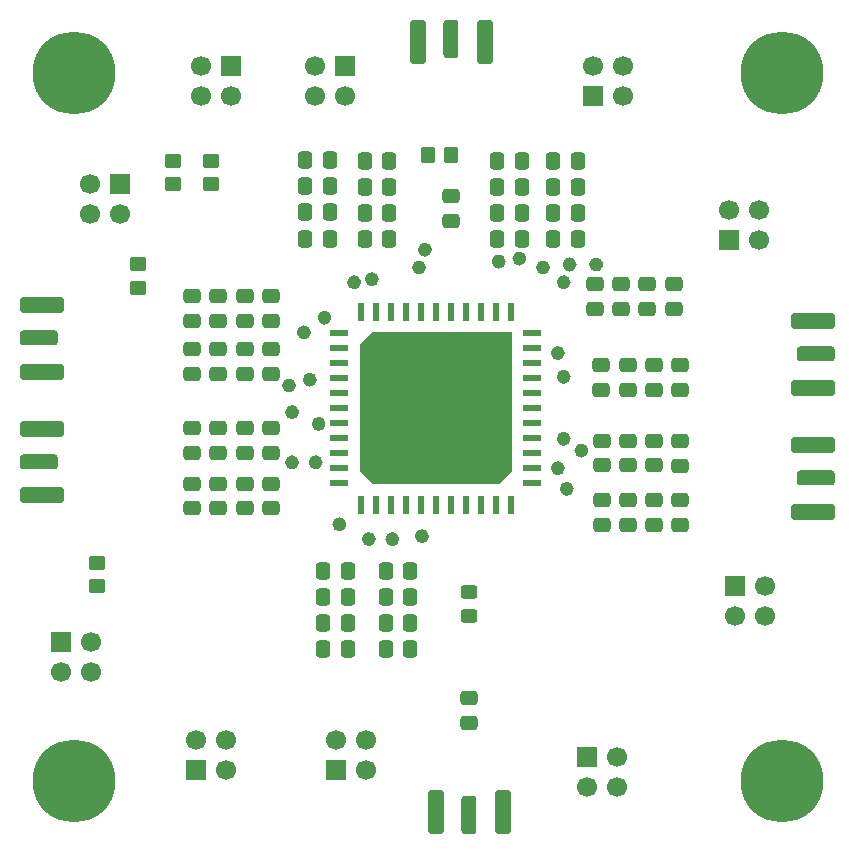
<source format=gbr>
%TF.GenerationSoftware,KiCad,Pcbnew,9.0.3*%
%TF.CreationDate,2025-09-10T16:07:27-04:00*%
%TF.ProjectId,Group4_PCB_AP,47726f75-7034-45f5-9043-425f41502e6b,rev?*%
%TF.SameCoordinates,Original*%
%TF.FileFunction,Soldermask,Top*%
%TF.FilePolarity,Negative*%
%FSLAX46Y46*%
G04 Gerber Fmt 4.6, Leading zero omitted, Abs format (unit mm)*
G04 Created by KiCad (PCBNEW 9.0.3) date 2025-09-10 16:07:27*
%MOMM*%
%LPD*%
G01*
G04 APERTURE LIST*
G04 Aperture macros list*
%AMRoundRect*
0 Rectangle with rounded corners*
0 $1 Rounding radius*
0 $2 $3 $4 $5 $6 $7 $8 $9 X,Y pos of 4 corners*
0 Add a 4 corners polygon primitive as box body*
4,1,4,$2,$3,$4,$5,$6,$7,$8,$9,$2,$3,0*
0 Add four circle primitives for the rounded corners*
1,1,$1+$1,$2,$3*
1,1,$1+$1,$4,$5*
1,1,$1+$1,$6,$7*
1,1,$1+$1,$8,$9*
0 Add four rect primitives between the rounded corners*
20,1,$1+$1,$2,$3,$4,$5,0*
20,1,$1+$1,$4,$5,$6,$7,0*
20,1,$1+$1,$6,$7,$8,$9,0*
20,1,$1+$1,$8,$9,$2,$3,0*%
%AMOutline5P*
0 Free polygon, 5 corners , with rotation*
0 The origin of the aperture is its center*
0 number of corners: always 5*
0 $1 to $10 corner X, Y*
0 $11 Rotation angle, in degrees counterclockwise*
0 create outline with 5 corners*
4,1,5,$1,$2,$3,$4,$5,$6,$7,$8,$9,$10,$1,$2,$11*%
%AMOutline6P*
0 Free polygon, 6 corners , with rotation*
0 The origin of the aperture is its center*
0 number of corners: always 6*
0 $1 to $12 corner X, Y*
0 $13 Rotation angle, in degrees counterclockwise*
0 create outline with 6 corners*
4,1,6,$1,$2,$3,$4,$5,$6,$7,$8,$9,$10,$11,$12,$1,$2,$13*%
%AMOutline7P*
0 Free polygon, 7 corners , with rotation*
0 The origin of the aperture is its center*
0 number of corners: always 7*
0 $1 to $14 corner X, Y*
0 $15 Rotation angle, in degrees counterclockwise*
0 create outline with 7 corners*
4,1,7,$1,$2,$3,$4,$5,$6,$7,$8,$9,$10,$11,$12,$13,$14,$1,$2,$15*%
%AMOutline8P*
0 Free polygon, 8 corners , with rotation*
0 The origin of the aperture is its center*
0 number of corners: always 8*
0 $1 to $16 corner X, Y*
0 $17 Rotation angle, in degrees counterclockwise*
0 create outline with 8 corners*
4,1,8,$1,$2,$3,$4,$5,$6,$7,$8,$9,$10,$11,$12,$13,$14,$15,$16,$1,$2,$17*%
G04 Aperture macros list end*
%ADD10C,0.600000*%
%ADD11R,1.700000X1.700000*%
%ADD12C,1.700000*%
%ADD13RoundRect,0.250000X-0.475000X0.337500X-0.475000X-0.337500X0.475000X-0.337500X0.475000X0.337500X0*%
%ADD14RoundRect,0.250000X0.475000X-0.337500X0.475000X0.337500X-0.475000X0.337500X-0.475000X-0.337500X0*%
%ADD15C,7.000000*%
%ADD16RoundRect,0.250000X-1.350000X0.385000X-1.350000X-0.385000X1.350000X-0.385000X1.350000X0.385000X0*%
%ADD17RoundRect,0.250000X-1.600000X0.425000X-1.600000X-0.425000X1.600000X-0.425000X1.600000X0.425000X0*%
%ADD18R,1.500000X0.508000*%
%ADD19R,0.508000X1.500000*%
%ADD20Outline7P,-6.415000X5.388600X-5.388600X6.415000X6.415000X6.415000X6.415000X-5.388600X5.388600X-6.415000X-5.388600X-6.415000X-6.415000X-5.388600X0.000000*%
%ADD21RoundRect,0.250000X-0.337500X-0.475000X0.337500X-0.475000X0.337500X0.475000X-0.337500X0.475000X0*%
%ADD22RoundRect,0.250000X0.337500X0.475000X-0.337500X0.475000X-0.337500X-0.475000X0.337500X-0.475000X0*%
%ADD23RoundRect,0.250000X0.350000X0.450000X-0.350000X0.450000X-0.350000X-0.450000X0.350000X-0.450000X0*%
%ADD24RoundRect,0.250000X-0.450000X0.350000X-0.450000X-0.350000X0.450000X-0.350000X0.450000X0.350000X0*%
%ADD25RoundRect,0.250000X1.350000X-0.385000X1.350000X0.385000X-1.350000X0.385000X-1.350000X-0.385000X0*%
%ADD26RoundRect,0.250000X1.600000X-0.425000X1.600000X0.425000X-1.600000X0.425000X-1.600000X-0.425000X0*%
%ADD27RoundRect,0.250000X0.450000X-0.350000X0.450000X0.350000X-0.450000X0.350000X-0.450000X-0.350000X0*%
%ADD28RoundRect,0.250000X-0.385000X-1.350000X0.385000X-1.350000X0.385000X1.350000X-0.385000X1.350000X0*%
%ADD29RoundRect,0.250000X-0.425000X-1.600000X0.425000X-1.600000X0.425000X1.600000X-0.425000X1.600000X0*%
%ADD30RoundRect,0.250000X0.450000X-0.325000X0.450000X0.325000X-0.450000X0.325000X-0.450000X-0.325000X0*%
%ADD31RoundRect,0.250000X0.385000X1.350000X-0.385000X1.350000X-0.385000X-1.350000X0.385000X-1.350000X0*%
%ADD32RoundRect,0.250000X0.425000X1.600000X-0.425000X1.600000X-0.425000X-1.600000X0.425000X-1.600000X0*%
G04 APERTURE END LIST*
D10*
X220050000Y-83750000D02*
G75*
G02*
X219450000Y-83750000I-300000J0D01*
G01*
X219450000Y-83750000D02*
G75*
G02*
X220050000Y-83750000I300000J0D01*
G01*
X194050000Y-94000000D02*
G75*
G02*
X193450000Y-94000000I-300000J0D01*
G01*
X193450000Y-94000000D02*
G75*
G02*
X194050000Y-94000000I300000J0D01*
G01*
X197050000Y-88250000D02*
G75*
G02*
X196450000Y-88250000I-300000J0D01*
G01*
X196450000Y-88250000D02*
G75*
G02*
X197050000Y-88250000I300000J0D01*
G01*
X205300000Y-106750000D02*
G75*
G02*
X204700000Y-106750000I-300000J0D01*
G01*
X204700000Y-106750000D02*
G75*
G02*
X205300000Y-106750000I300000J0D01*
G01*
X217300000Y-85250000D02*
G75*
G02*
X216700000Y-85250000I-300000J0D01*
G01*
X216700000Y-85250000D02*
G75*
G02*
X217300000Y-85250000I300000J0D01*
G01*
X217300000Y-93250000D02*
G75*
G02*
X216700000Y-93250000I-300000J0D01*
G01*
X216700000Y-93250000D02*
G75*
G02*
X217300000Y-93250000I300000J0D01*
G01*
X216800000Y-101000000D02*
G75*
G02*
X216200000Y-101000000I-300000J0D01*
G01*
X216200000Y-101000000D02*
G75*
G02*
X216800000Y-101000000I300000J0D01*
G01*
X195800000Y-93500000D02*
G75*
G02*
X195200000Y-93500000I-300000J0D01*
G01*
X195200000Y-93500000D02*
G75*
G02*
X195800000Y-93500000I300000J0D01*
G01*
X198300000Y-105750000D02*
G75*
G02*
X197700000Y-105750000I-300000J0D01*
G01*
X197700000Y-105750000D02*
G75*
G02*
X198300000Y-105750000I300000J0D01*
G01*
X200800000Y-107000000D02*
G75*
G02*
X200200000Y-107000000I-300000J0D01*
G01*
X200200000Y-107000000D02*
G75*
G02*
X200800000Y-107000000I300000J0D01*
G01*
X205550000Y-82500000D02*
G75*
G02*
X204950000Y-82500000I-300000J0D01*
G01*
X204950000Y-82500000D02*
G75*
G02*
X205550000Y-82500000I300000J0D01*
G01*
X215550000Y-84000000D02*
G75*
G02*
X214950000Y-84000000I-300000J0D01*
G01*
X214950000Y-84000000D02*
G75*
G02*
X215550000Y-84000000I300000J0D01*
G01*
X211800000Y-83500000D02*
G75*
G02*
X211200000Y-83500000I-300000J0D01*
G01*
X211200000Y-83500000D02*
G75*
G02*
X211800000Y-83500000I300000J0D01*
G01*
X194300000Y-96250000D02*
G75*
G02*
X193700000Y-96250000I-300000J0D01*
G01*
X193700000Y-96250000D02*
G75*
G02*
X194300000Y-96250000I300000J0D01*
G01*
X213550000Y-83250000D02*
G75*
G02*
X212950000Y-83250000I-300000J0D01*
G01*
X212950000Y-83250000D02*
G75*
G02*
X213550000Y-83250000I300000J0D01*
G01*
X196300000Y-100500000D02*
G75*
G02*
X195700000Y-100500000I-300000J0D01*
G01*
X195700000Y-100500000D02*
G75*
G02*
X196300000Y-100500000I300000J0D01*
G01*
X202800000Y-107000000D02*
G75*
G02*
X202200000Y-107000000I-300000J0D01*
G01*
X202200000Y-107000000D02*
G75*
G02*
X202800000Y-107000000I300000J0D01*
G01*
X194300000Y-100500000D02*
G75*
G02*
X193700000Y-100500000I-300000J0D01*
G01*
X193700000Y-100500000D02*
G75*
G02*
X194300000Y-100500000I300000J0D01*
G01*
X195300000Y-89500000D02*
G75*
G02*
X194700000Y-89500000I-300000J0D01*
G01*
X194700000Y-89500000D02*
G75*
G02*
X195300000Y-89500000I300000J0D01*
G01*
X217550000Y-102750000D02*
G75*
G02*
X216950000Y-102750000I-300000J0D01*
G01*
X216950000Y-102750000D02*
G75*
G02*
X217550000Y-102750000I300000J0D01*
G01*
X217300000Y-98500000D02*
G75*
G02*
X216700000Y-98500000I-300000J0D01*
G01*
X216700000Y-98500000D02*
G75*
G02*
X217300000Y-98500000I300000J0D01*
G01*
X199550000Y-85250000D02*
G75*
G02*
X198950000Y-85250000I-300000J0D01*
G01*
X198950000Y-85250000D02*
G75*
G02*
X199550000Y-85250000I300000J0D01*
G01*
X205050000Y-84000000D02*
G75*
G02*
X204450000Y-84000000I-300000J0D01*
G01*
X204450000Y-84000000D02*
G75*
G02*
X205050000Y-84000000I300000J0D01*
G01*
X218800000Y-99500000D02*
G75*
G02*
X218200000Y-99500000I-300000J0D01*
G01*
X218200000Y-99500000D02*
G75*
G02*
X218800000Y-99500000I300000J0D01*
G01*
X217800000Y-83750000D02*
G75*
G02*
X217200000Y-83750000I-300000J0D01*
G01*
X217200000Y-83750000D02*
G75*
G02*
X217800000Y-83750000I300000J0D01*
G01*
X201050000Y-85000000D02*
G75*
G02*
X200450000Y-85000000I-300000J0D01*
G01*
X200450000Y-85000000D02*
G75*
G02*
X201050000Y-85000000I300000J0D01*
G01*
X216800000Y-91250000D02*
G75*
G02*
X216200000Y-91250000I-300000J0D01*
G01*
X216200000Y-91250000D02*
G75*
G02*
X216800000Y-91250000I300000J0D01*
G01*
X196550000Y-97250000D02*
G75*
G02*
X195950000Y-97250000I-300000J0D01*
G01*
X195950000Y-97250000D02*
G75*
G02*
X196550000Y-97250000I300000J0D01*
G01*
D11*
%TO.C,J33*%
X179400000Y-76960000D03*
D12*
X179400000Y-79500000D03*
X176860000Y-76960000D03*
X176860000Y-79500000D03*
%TD*%
D13*
%TO.C,C19*%
X207500000Y-77962500D03*
X207500000Y-80037500D03*
%TD*%
%TO.C,C22*%
X224650000Y-98687500D03*
X224650000Y-100762500D03*
%TD*%
D14*
%TO.C,C49*%
X187772000Y-88500000D03*
X187772000Y-86425000D03*
%TD*%
D13*
%TO.C,C21*%
X222436000Y-98687500D03*
X222436000Y-100762500D03*
%TD*%
D14*
%TO.C,C69*%
X187772000Y-93000000D03*
X187772000Y-90925000D03*
%TD*%
D15*
%TO.C,*%
X175500000Y-67500000D03*
%TD*%
D16*
%TO.C,J30*%
X172600500Y-100475000D03*
D17*
X172850500Y-103300000D03*
X172850500Y-97650000D03*
%TD*%
D18*
%TO.C,U1*%
X198000000Y-89570000D03*
X198000000Y-101000000D03*
X198000000Y-102270000D03*
D19*
X199813500Y-87756500D03*
X199813500Y-104083500D03*
X201083500Y-87756500D03*
D20*
X206163500Y-95920000D03*
D19*
X211243500Y-104083500D03*
X212513500Y-87756500D03*
X212513500Y-104083500D03*
D18*
X214327000Y-89570000D03*
X214327000Y-90840000D03*
X214327000Y-102270000D03*
X214327000Y-92110000D03*
X214327000Y-93380000D03*
X214327000Y-94650000D03*
X214327000Y-95920000D03*
X214327000Y-97190000D03*
X214327000Y-98460000D03*
X214327000Y-99730000D03*
X214327000Y-101000000D03*
D19*
X209973500Y-104083500D03*
X208703500Y-104083500D03*
X207433500Y-104083500D03*
X206163500Y-104083500D03*
X204893500Y-104083500D03*
X203623500Y-104083500D03*
X202353500Y-104083500D03*
X201083500Y-104083500D03*
D18*
X198000000Y-99730000D03*
X198000000Y-98460000D03*
X198000000Y-97190000D03*
X198000000Y-95920000D03*
X198000000Y-94650000D03*
X198000000Y-93380000D03*
X198000000Y-92110000D03*
X198000000Y-90840000D03*
D19*
X202353500Y-87756500D03*
X203623500Y-87756500D03*
X204893500Y-87756500D03*
X206163500Y-87756500D03*
X207433500Y-87756500D03*
X208703500Y-87756500D03*
X209973500Y-87756500D03*
X211243500Y-87756500D03*
%TD*%
D21*
%TO.C,C24*%
X211394030Y-81600000D03*
X213469030Y-81600000D03*
%TD*%
D22*
%TO.C,C57*%
X202246000Y-77172000D03*
X200171000Y-77172000D03*
%TD*%
D14*
%TO.C,C47*%
X189986000Y-88500000D03*
X189986000Y-86425000D03*
%TD*%
D23*
%TO.C,R19*%
X207500000Y-74500000D03*
X205500000Y-74500000D03*
%TD*%
D24*
%TO.C,R27*%
X181000000Y-83700000D03*
X181000000Y-85700000D03*
%TD*%
D22*
%TO.C,C74*%
X198700000Y-114086000D03*
X196625000Y-114086000D03*
%TD*%
D13*
%TO.C,C31*%
X189986000Y-97625000D03*
X189986000Y-99700000D03*
%TD*%
D15*
%TO.C,*%
X235500000Y-67500000D03*
%TD*%
D11*
%TO.C,J25*%
X188836604Y-66960000D03*
D12*
X188836604Y-69500000D03*
X186296604Y-66960000D03*
X186296604Y-69500000D03*
%TD*%
D13*
%TO.C,C46*%
X221872000Y-85425000D03*
X221872000Y-87500000D03*
%TD*%
D21*
%TO.C,C60*%
X201925000Y-109658000D03*
X204000000Y-109658000D03*
%TD*%
D25*
%TO.C,J23*%
X238399500Y-91350000D03*
D26*
X238149500Y-88525000D03*
X238149500Y-94175000D03*
%TD*%
D22*
%TO.C,C53*%
X202246000Y-81600000D03*
X200171000Y-81600000D03*
%TD*%
D11*
%TO.C,J32*%
X174460000Y-115725000D03*
D12*
X177000000Y-115725000D03*
X174460000Y-118265000D03*
X177000000Y-118265000D03*
%TD*%
D21*
%TO.C,C63*%
X201925000Y-116300000D03*
X204000000Y-116300000D03*
%TD*%
D14*
%TO.C,C76*%
X209000000Y-122537500D03*
X209000000Y-120462500D03*
%TD*%
D16*
%TO.C,J29*%
X172600500Y-90000000D03*
D17*
X172850500Y-92825000D03*
X172850500Y-87175000D03*
%TD*%
D22*
%TO.C,C59*%
X202246000Y-74958000D03*
X200171000Y-74958000D03*
%TD*%
D15*
%TO.C,*%
X235500000Y-127500000D03*
%TD*%
D21*
%TO.C,C61*%
X201925000Y-111872000D03*
X204000000Y-111872000D03*
%TD*%
D13*
%TO.C,C23*%
X226864000Y-98725000D03*
X226864000Y-100800000D03*
%TD*%
D22*
%TO.C,C40*%
X197200000Y-77125000D03*
X195125000Y-77125000D03*
%TD*%
D21*
%TO.C,C25*%
X211394030Y-79386000D03*
X213469030Y-79386000D03*
%TD*%
D22*
%TO.C,C42*%
X197200000Y-74911000D03*
X195125000Y-74911000D03*
%TD*%
D13*
%TO.C,C64*%
X220223500Y-103690500D03*
X220223500Y-105765500D03*
%TD*%
%TO.C,C33*%
X187772000Y-97625000D03*
X187772000Y-99700000D03*
%TD*%
%TO.C,C66*%
X222437500Y-103690500D03*
X222437500Y-105765500D03*
%TD*%
D22*
%TO.C,C38*%
X197200000Y-79339000D03*
X195125000Y-79339000D03*
%TD*%
D21*
%TO.C,C62*%
X201925000Y-114086000D03*
X204000000Y-114086000D03*
%TD*%
D22*
%TO.C,C55*%
X202246000Y-79386000D03*
X200171000Y-79386000D03*
%TD*%
D27*
%TO.C,R25*%
X183950000Y-76950000D03*
X183950000Y-74950000D03*
%TD*%
D14*
%TO.C,C45*%
X192200000Y-88500000D03*
X192200000Y-86425000D03*
%TD*%
D13*
%TO.C,C48*%
X224086000Y-85425000D03*
X224086000Y-87500000D03*
%TD*%
%TO.C,C29*%
X192200000Y-97625000D03*
X192200000Y-99700000D03*
%TD*%
%TO.C,C35*%
X185558000Y-97625000D03*
X185558000Y-99700000D03*
%TD*%
D11*
%TO.C,J27*%
X198500000Y-66960000D03*
D12*
X198500000Y-69500000D03*
X195960000Y-66960000D03*
X195960000Y-69500000D03*
%TD*%
D11*
%TO.C,J31*%
X218960000Y-125460000D03*
D12*
X221500000Y-125460000D03*
X218960000Y-128000000D03*
X221500000Y-128000000D03*
%TD*%
D21*
%TO.C,C56*%
X216125000Y-77172000D03*
X218200000Y-77172000D03*
%TD*%
D11*
%TO.C,J24*%
X185860000Y-126540000D03*
D12*
X185860000Y-124000000D03*
X188400000Y-126540000D03*
X188400000Y-124000000D03*
%TD*%
D21*
%TO.C,C52*%
X216125000Y-81600000D03*
X218200000Y-81600000D03*
%TD*%
D25*
%TO.C,J22*%
X238399500Y-101850000D03*
D26*
X238149500Y-99025000D03*
X238149500Y-104675000D03*
%TD*%
D15*
%TO.C,*%
X175500000Y-127500000D03*
%TD*%
D14*
%TO.C,C71*%
X185558000Y-93000000D03*
X185558000Y-90925000D03*
%TD*%
D22*
%TO.C,C73*%
X198700000Y-111872000D03*
X196625000Y-111872000D03*
%TD*%
D13*
%TO.C,C28*%
X192200000Y-102300000D03*
X192200000Y-104375000D03*
%TD*%
%TO.C,C39*%
X224628000Y-92300000D03*
X224628000Y-94375000D03*
%TD*%
D28*
%TO.C,J19*%
X209000000Y-130337500D03*
D29*
X211825000Y-130087500D03*
X206175000Y-130087500D03*
%TD*%
D13*
%TO.C,C30*%
X189986000Y-102300000D03*
X189986000Y-104375000D03*
%TD*%
D21*
%TO.C,C27*%
X211394030Y-74958000D03*
X213469030Y-74958000D03*
%TD*%
%TO.C,C54*%
X216125000Y-79386000D03*
X218200000Y-79386000D03*
%TD*%
D13*
%TO.C,C32*%
X187772000Y-102300000D03*
X187772000Y-104375000D03*
%TD*%
D21*
%TO.C,C26*%
X211394030Y-77172000D03*
X213469030Y-77172000D03*
%TD*%
D22*
%TO.C,C36*%
X197200000Y-81553000D03*
X195125000Y-81553000D03*
%TD*%
D13*
%TO.C,C50*%
X226300000Y-85425000D03*
X226300000Y-87500000D03*
%TD*%
D11*
%TO.C,J28*%
X197725000Y-126540000D03*
D12*
X197725000Y-124000000D03*
X200265000Y-126540000D03*
X200265000Y-124000000D03*
%TD*%
D30*
%TO.C,L5*%
X209000000Y-113525000D03*
X209000000Y-111475000D03*
%TD*%
D13*
%TO.C,C44*%
X219658000Y-85425000D03*
X219658000Y-87500000D03*
%TD*%
%TO.C,C37*%
X226842000Y-92300000D03*
X226842000Y-94375000D03*
%TD*%
D11*
%TO.C,J21*%
X219500000Y-69510000D03*
D12*
X219500000Y-66970000D03*
X222040000Y-69510000D03*
X222040000Y-66970000D03*
%TD*%
D13*
%TO.C,C43*%
X220200000Y-92300000D03*
X220200000Y-94375000D03*
%TD*%
D11*
%TO.C,J20*%
X231500000Y-110960000D03*
D12*
X234040000Y-110960000D03*
X231500000Y-113500000D03*
X234040000Y-113500000D03*
%TD*%
D31*
%TO.C,J18*%
X207500000Y-64662500D03*
D32*
X204675000Y-64912500D03*
X210325000Y-64912500D03*
%TD*%
D14*
%TO.C,C67*%
X189986000Y-93000000D03*
X189986000Y-90925000D03*
%TD*%
D13*
%TO.C,C68*%
X224651500Y-103690500D03*
X224651500Y-105765500D03*
%TD*%
D27*
%TO.C,R26*%
X187150000Y-76950000D03*
X187150000Y-74950000D03*
%TD*%
D24*
%TO.C,R24*%
X177500000Y-109000000D03*
X177500000Y-111000000D03*
%TD*%
D11*
%TO.C,J26*%
X230960000Y-81700000D03*
D12*
X230960000Y-79160000D03*
X233500000Y-81700000D03*
X233500000Y-79160000D03*
%TD*%
D14*
%TO.C,C51*%
X185558000Y-88500000D03*
X185558000Y-86425000D03*
%TD*%
%TO.C,C65*%
X192200000Y-93000000D03*
X192200000Y-90925000D03*
%TD*%
D13*
%TO.C,C20*%
X220222000Y-98687500D03*
X220222000Y-100762500D03*
%TD*%
D21*
%TO.C,C58*%
X216125000Y-74958000D03*
X218200000Y-74958000D03*
%TD*%
D22*
%TO.C,C72*%
X198700000Y-109658000D03*
X196625000Y-109658000D03*
%TD*%
D13*
%TO.C,C41*%
X222414000Y-92300000D03*
X222414000Y-94375000D03*
%TD*%
%TO.C,C34*%
X185558000Y-102300000D03*
X185558000Y-104375000D03*
%TD*%
D22*
%TO.C,C75*%
X198700000Y-116300000D03*
X196625000Y-116300000D03*
%TD*%
D13*
%TO.C,C70*%
X226865500Y-103690500D03*
X226865500Y-105765500D03*
%TD*%
M02*

</source>
